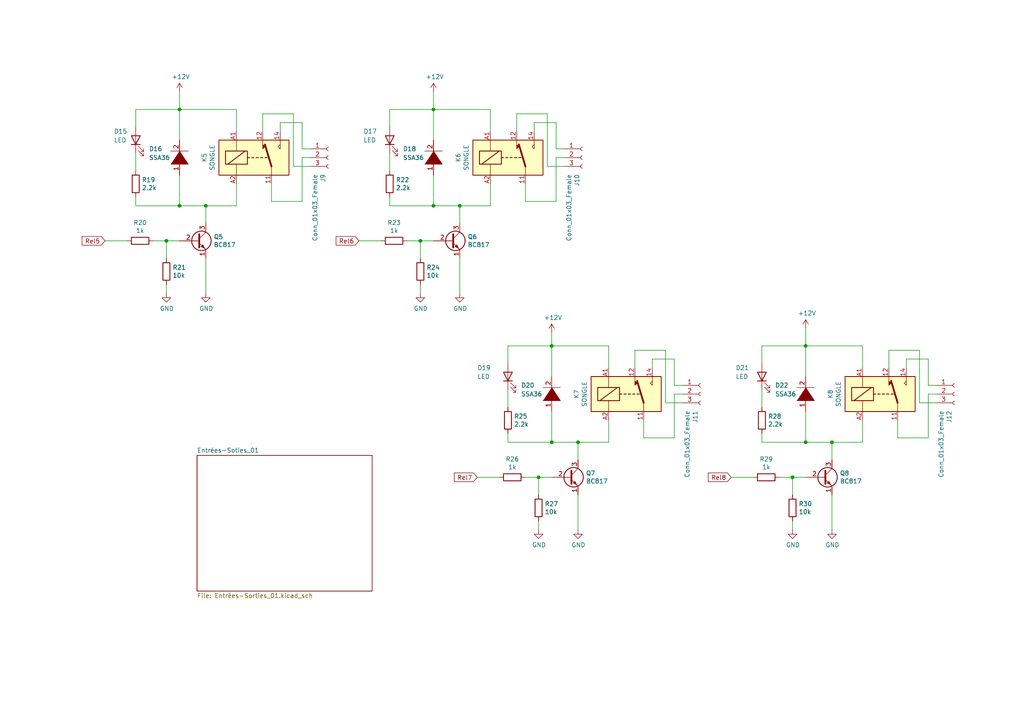
<source format=kicad_sch>
(kicad_sch (version 20211123) (generator eeschema)
  (paper "A4")
  (lib_symbols
    (symbol "Connector:Conn_01x03_Female" (pin_names (offset 1.016) hide)
      (property "Reference" "J" (at 0 5.08 0))
      (property "Value" "Conn_01x03_Female" (at 0 -5.08 0))
      (symbol "Conn_01x03_Female_1_1"
        (arc (start 0 -2.032) (mid -0.508 -2.54) (end 0 -3.048) (stroke (width 0.1524)))
        (polyline (pts (xy -1.27 -2.54) (xy -0.508 -2.54)) (stroke (width 0.1524)))
        (polyline (pts (xy -1.27 0) (xy -0.508 0)) (stroke (width 0.1524)))
        (polyline (pts (xy -1.27 2.54) (xy -0.508 2.54)) (stroke (width 0.1524)))
        (arc (start 0 0.508) (mid -0.508 0) (end 0 -0.508) (stroke (width 0.1524)))
        (arc (start 0 3.048) (mid -0.508 2.54) (end 0 2.032) (stroke (width 0.1524)))
        (pin passive line (at -5.08 2.54 0) (length 3.81) (name "Pin_1") (number "1"))
        (pin passive line (at -5.08 0 0) (length 3.81) (name "Pin_2") (number "2"))
        (pin passive line (at -5.08 -2.54 0) (length 3.81) (name "Pin_3") (number "3"))
      )
    )
    (symbol "Device:LED" (pin_numbers hide) (pin_names (offset 1.016) hide)
      (property "Reference" "D" (at 0 2.54 0))
      (property "Value" "LED" (at 0 -2.54 0))
      (symbol "LED_0_1"
        (polyline (pts (xy -1.27 -1.27) (xy -1.27 1.27)) (stroke (width 0.254)))
        (polyline (pts (xy -1.27 0) (xy 1.27 0)))
        (polyline (pts (xy 1.27 -1.27) (xy 1.27 1.27) (xy -1.27 0) (xy 1.27 -1.27)) (stroke (width 0.254)))
        (polyline (pts (xy -3.048 -0.762) (xy -4.572 -2.286) (xy -3.81 -2.286) (xy -4.572 -2.286) (xy -4.572 -1.524)))
        (polyline (pts (xy -1.778 -0.762) (xy -3.302 -2.286) (xy -2.54 -2.286) (xy -3.302 -2.286) (xy -3.302 -1.524)))
      )
      (symbol "LED_1_1"
        (pin passive line (at -3.81 0 0) (length 2.54) (name "K") (number "1"))
        (pin passive line (at 3.81 0 180) (length 2.54) (name "A") (number "2"))
      )
    )
    (symbol "Device:R" (pin_numbers hide) (pin_names (offset 0))
      (property "Reference" "R" (at 2.032 0 90))
      (property "Value" "R" (at 0 0 90))
      (symbol "R_0_1"
        (rectangle (start -1.016 -2.54) (end 1.016 2.54) (stroke (width 0.254)))
      )
      (symbol "R_1_1"
        (pin passive line (at 0 3.81 270) (length 1.27) (name "~") (number "1"))
        (pin passive line (at 0 -3.81 90) (length 1.27) (name "~") (number "2"))
      )
    )
    (symbol "Relay:FINDER-40.11"
      (property "Reference" "K" (at 11.43 3.81 0))
      (property "Value" "FINDER-40.11" (at 11.43 1.27 0))
      (symbol "FINDER-40.11_0_0"
        (polyline (pts (xy 7.62 5.08) (xy 7.62 2.54) (xy 6.985 3.175) (xy 7.62 3.81)))
      )
      (symbol "FINDER-40.11_0_1"
        (rectangle (start -10.16 5.08) (end 10.16 -5.08) (stroke (width 0.254)) (fill (type background)))
        (rectangle (start -8.255 1.905) (end -1.905 -1.905) (stroke (width 0.254)))
        (polyline (pts (xy -7.62 -1.905) (xy -2.54 1.905)) (stroke (width 0.254)))
        (polyline (pts (xy -5.08 -5.08) (xy -5.08 -1.905)))
        (polyline (pts (xy -5.08 5.08) (xy -5.08 1.905)))
        (polyline (pts (xy -1.905 0) (xy -1.27 0)) (stroke (width 0.254)))
        (polyline (pts (xy -0.635 0) (xy 0 0)) (stroke (width 0.254)))
        (polyline (pts (xy 0.635 0) (xy 1.27 0)) (stroke (width 0.254)))
        (polyline (pts (xy 1.905 0) (xy 2.54 0)) (stroke (width 0.254)))
        (polyline (pts (xy 3.175 0) (xy 3.81 0)) (stroke (width 0.254)))
        (polyline (pts (xy 5.08 -2.54) (xy 3.175 3.81)) (stroke (width 0.508)))
        (polyline (pts (xy 5.08 -2.54) (xy 5.08 -5.08)))
        (polyline (pts (xy 2.54 5.08) (xy 2.54 2.54) (xy 3.175 3.175) (xy 2.54 3.81)) (fill (type outline)))
      )
      (symbol "FINDER-40.11_1_1"
        (pin passive line (at 5.08 -7.62 90) (length 2.54) (name "~") (number "11"))
        (pin passive line (at 2.54 7.62 270) (length 2.54) (name "~") (number "12"))
        (pin passive line (at 7.62 7.62 270) (length 2.54) (name "~") (number "14"))
        (pin passive line (at -5.08 7.62 270) (length 2.54) (name "~") (number "A1"))
        (pin passive line (at -5.08 -7.62 90) (length 2.54) (name "~") (number "A2"))
      )
    )
    (symbol "Transistor_BJT:PN2222A" (pin_names (offset 0) hide)
      (property "Reference" "Q" (at 5.08 1.905 0))
      (property "Value" "PN2222A" (at 5.08 0 0))
      (symbol "PN2222A_0_1"
        (polyline (pts (xy 0 0) (xy 0.635 0)))
        (polyline (pts (xy 2.54 -2.54) (xy 0.635 -0.635)))
        (polyline (pts (xy 2.54 2.54) (xy 0.635 0.635)))
        (polyline (pts (xy 0.635 1.905) (xy 0.635 -1.905) (xy 0.635 -1.905)) (stroke (width 0.508)))
        (polyline (pts (xy 2.413 -2.413) (xy 1.905 -1.905) (xy 1.905 -1.905)))
        (polyline (pts (xy 1.143 -1.651) (xy 1.651 -1.143) (xy 2.159 -2.159) (xy 1.143 -1.651) (xy 1.143 -1.651)) (fill (type outline)))
        (circle (center 1.27 0) (radius 2.8194) (stroke (width 0.254)))
      )
      (symbol "PN2222A_1_1"
        (pin passive line (at 2.54 -5.08 90) (length 2.54) (name "E") (number "1"))
        (pin input line (at -5.08 0 0) (length 5.08) (name "B") (number "2"))
        (pin passive line (at 2.54 5.08 270) (length 2.54) (name "C") (number "3"))
      )
    )
    (symbol "power:+12V" (power) (pin_names (offset 0))
      (property "Value" "+12V" (at 0 3.556 0))
      (symbol "+12V_0_1"
        (polyline (pts (xy -0.762 1.27) (xy 0 2.54)))
        (polyline (pts (xy 0 0) (xy 0 2.54)))
        (polyline (pts (xy 0 2.54) (xy 0.762 1.27)))
      )
      (symbol "+12V_1_1"
        (pin power_in line (at 0 0 90) (length 0) hide (name "+12V") (number "1"))
      )
    )
    (symbol "power:GND" (power) (pin_names (offset 0))
      (property "Value" "GND" (at 0 -3.81 0))
      (symbol "GND_0_1"
        (polyline (pts (xy 0 0) (xy 0 -1.27) (xy 1.27 -1.27) (xy 0 -2.54) (xy -1.27 -1.27) (xy 0 -1.27)))
      )
      (symbol "GND_1_1"
        (pin power_in line (at 0 0 270) (length 0) hide (name "GND") (number "1"))
      )
    )
    (symbol "pspice:DIODE" (pin_names (offset 1.016) hide)
      (property "Reference" "D" (at 0 3.81 0))
      (property "Value" "DIODE" (at 0 -4.445 0))
      (symbol "DIODE_0_1"
        (polyline (pts (xy 1.905 2.54) (xy 1.905 -2.54)))
        (polyline (pts (xy -1.905 2.54) (xy -1.905 -2.54) (xy 1.905 0)) (fill (type outline)))
      )
      (symbol "DIODE_1_1"
        (pin input line (at -5.08 0 0) (length 3.81) (name "K") (number "1"))
        (pin input line (at 5.08 0 180) (length 3.81) (name "A") (number "2"))
      )
    )
  )
  (junction (at 167.64 128.27))
  (junction (at 241.3 128.27))
  (junction (at 233.68 100.33))
  (junction (at 52.07 59.69))
  (junction (at 52.07 31.75))
  (junction (at 59.69 59.69))
  (junction (at 160.02 128.27))
  (junction (at 125.73 31.75))
  (junction (at 233.68 128.27))
  (junction (at 121.92 69.85))
  (junction (at 48.26 69.85))
  (junction (at 229.87 138.43))
  (junction (at 160.02 100.33))
  (junction (at 133.35 59.69))
  (junction (at 125.73 59.69))
  (junction (at 156.21 138.43))
  (wire (pts (xy 125.73 59.69) (xy 133.35 59.69)))
  (wire (pts (xy 156.21 138.43) (xy 160.02 138.43)))
  (wire (pts (xy 186.69 121.92) (xy 186.69 127)))
  (wire (pts (xy 161.29 58.42) (xy 161.29 45.72)))
  (wire (pts (xy 52.07 31.75) (xy 52.07 40.64)))
  (wire (pts (xy 52.07 31.75) (xy 68.58 31.75)))
  (wire (pts (xy 269.24 114.3) (xy 271.78 114.3)))
  (wire (pts (xy 87.63 58.42) (xy 87.63 45.72)))
  (wire (pts (xy 220.98 125.73) (xy 220.98 128.27)))
  (wire (pts (xy 269.24 104.14) (xy 269.24 111.76)))
  (wire (pts (xy 152.4 53.34) (xy 152.4 58.42)))
  (wire (pts (xy 160.02 100.33) (xy 176.53 100.33)))
  (wire (pts (xy 104.14 69.85) (xy 110.49 69.85)))
  (wire (pts (xy 233.68 128.27) (xy 241.3 128.27)))
  (wire (pts (xy 52.07 59.69) (xy 52.07 50.8)))
  (wire (pts (xy 161.29 45.72) (xy 163.83 45.72)))
  (wire (pts (xy 229.87 151.13) (xy 229.87 153.67)))
  (wire (pts (xy 195.58 104.14) (xy 189.23 104.14)))
  (wire (pts (xy 147.32 105.41) (xy 147.32 100.33)))
  (wire (pts (xy 147.32 113.03) (xy 147.32 118.11)))
  (wire (pts (xy 176.53 128.27) (xy 167.64 128.27)))
  (wire (pts (xy 176.53 121.92) (xy 176.53 128.27)))
  (wire (pts (xy 266.7 116.84) (xy 266.7 101.6)))
  (wire (pts (xy 250.19 128.27) (xy 241.3 128.27)))
  (wire (pts (xy 39.37 59.69) (xy 52.07 59.69)))
  (wire (pts (xy 39.37 57.15) (xy 39.37 59.69)))
  (wire (pts (xy 260.35 121.92) (xy 260.35 127)))
  (wire (pts (xy 85.09 48.26) (xy 85.09 33.02)))
  (wire (pts (xy 152.4 58.42) (xy 161.29 58.42)))
  (wire (pts (xy 266.7 101.6) (xy 257.81 101.6)))
  (wire (pts (xy 81.28 35.56) (xy 81.28 38.1)))
  (wire (pts (xy 87.63 45.72) (xy 90.17 45.72)))
  (wire (pts (xy 125.73 59.69) (xy 125.73 50.8)))
  (wire (pts (xy 59.69 74.93) (xy 59.69 85.09)))
  (wire (pts (xy 142.24 53.34) (xy 142.24 59.69)))
  (wire (pts (xy 133.35 64.77) (xy 133.35 59.69)))
  (wire (pts (xy 78.74 53.34) (xy 78.74 58.42)))
  (wire (pts (xy 48.26 82.55) (xy 48.26 85.09)))
  (wire (pts (xy 90.17 48.26) (xy 85.09 48.26)))
  (wire (pts (xy 193.04 116.84) (xy 193.04 101.6)))
  (wire (pts (xy 68.58 59.69) (xy 59.69 59.69)))
  (wire (pts (xy 113.03 57.15) (xy 113.03 59.69)))
  (wire (pts (xy 233.68 95.25) (xy 233.68 100.33)))
  (wire (pts (xy 85.09 33.02) (xy 76.2 33.02)))
  (wire (pts (xy 121.92 74.93) (xy 121.92 69.85)))
  (wire (pts (xy 257.81 101.6) (xy 257.81 106.68)))
  (wire (pts (xy 160.02 100.33) (xy 160.02 109.22)))
  (wire (pts (xy 87.63 35.56) (xy 87.63 43.18)))
  (wire (pts (xy 233.68 128.27) (xy 233.68 119.38)))
  (wire (pts (xy 193.04 101.6) (xy 184.15 101.6)))
  (wire (pts (xy 125.73 31.75) (xy 142.24 31.75)))
  (wire (pts (xy 149.86 33.02) (xy 149.86 38.1)))
  (wire (pts (xy 158.75 33.02) (xy 149.86 33.02)))
  (wire (pts (xy 52.07 59.69) (xy 59.69 59.69)))
  (wire (pts (xy 147.32 100.33) (xy 160.02 100.33)))
  (wire (pts (xy 176.53 106.68) (xy 176.53 100.33)))
  (wire (pts (xy 163.83 48.26) (xy 158.75 48.26)))
  (wire (pts (xy 156.21 143.51) (xy 156.21 138.43)))
  (wire (pts (xy 48.26 69.85) (xy 52.07 69.85)))
  (wire (pts (xy 250.19 106.68) (xy 250.19 100.33)))
  (wire (pts (xy 269.24 127) (xy 269.24 114.3)))
  (wire (pts (xy 133.35 74.93) (xy 133.35 85.09)))
  (wire (pts (xy 142.24 38.1) (xy 142.24 31.75)))
  (wire (pts (xy 163.83 43.18) (xy 161.29 43.18)))
  (wire (pts (xy 87.63 35.56) (xy 81.28 35.56)))
  (wire (pts (xy 186.69 127) (xy 195.58 127)))
  (wire (pts (xy 78.74 58.42) (xy 87.63 58.42)))
  (wire (pts (xy 271.78 116.84) (xy 266.7 116.84)))
  (wire (pts (xy 167.64 143.51) (xy 167.64 153.67)))
  (wire (pts (xy 250.19 121.92) (xy 250.19 128.27)))
  (wire (pts (xy 156.21 151.13) (xy 156.21 153.67)))
  (wire (pts (xy 220.98 100.33) (xy 233.68 100.33)))
  (wire (pts (xy 195.58 114.3) (xy 198.12 114.3)))
  (wire (pts (xy 39.37 44.45) (xy 39.37 49.53)))
  (wire (pts (xy 220.98 105.41) (xy 220.98 100.33)))
  (wire (pts (xy 198.12 111.76) (xy 195.58 111.76)))
  (wire (pts (xy 152.4 138.43) (xy 156.21 138.43)))
  (wire (pts (xy 220.98 113.03) (xy 220.98 118.11)))
  (wire (pts (xy 48.26 74.93) (xy 48.26 69.85)))
  (wire (pts (xy 142.24 59.69) (xy 133.35 59.69)))
  (wire (pts (xy 198.12 116.84) (xy 193.04 116.84)))
  (wire (pts (xy 262.89 104.14) (xy 262.89 106.68)))
  (wire (pts (xy 184.15 101.6) (xy 184.15 106.68)))
  (wire (pts (xy 195.58 104.14) (xy 195.58 111.76)))
  (wire (pts (xy 52.07 26.67) (xy 52.07 31.75)))
  (wire (pts (xy 125.73 26.67) (xy 125.73 31.75)))
  (wire (pts (xy 160.02 128.27) (xy 160.02 119.38)))
  (wire (pts (xy 154.94 35.56) (xy 154.94 38.1)))
  (wire (pts (xy 161.29 35.56) (xy 154.94 35.56)))
  (wire (pts (xy 189.23 104.14) (xy 189.23 106.68)))
  (wire (pts (xy 233.68 100.33) (xy 250.19 100.33)))
  (wire (pts (xy 118.11 69.85) (xy 121.92 69.85)))
  (wire (pts (xy 113.03 44.45) (xy 113.03 49.53)))
  (wire (pts (xy 147.32 128.27) (xy 160.02 128.27)))
  (wire (pts (xy 271.78 111.76) (xy 269.24 111.76)))
  (wire (pts (xy 241.3 143.51) (xy 241.3 153.67)))
  (wire (pts (xy 229.87 143.51) (xy 229.87 138.43)))
  (wire (pts (xy 269.24 104.14) (xy 262.89 104.14)))
  (wire (pts (xy 158.75 48.26) (xy 158.75 33.02)))
  (wire (pts (xy 226.06 138.43) (xy 229.87 138.43)))
  (wire (pts (xy 125.73 31.75) (xy 125.73 40.64)))
  (wire (pts (xy 161.29 35.56) (xy 161.29 43.18)))
  (wire (pts (xy 121.92 82.55) (xy 121.92 85.09)))
  (wire (pts (xy 59.69 64.77) (xy 59.69 59.69)))
  (wire (pts (xy 30.48 69.85) (xy 36.83 69.85)))
  (wire (pts (xy 68.58 38.1) (xy 68.58 31.75)))
  (wire (pts (xy 39.37 31.75) (xy 52.07 31.75)))
  (wire (pts (xy 147.32 125.73) (xy 147.32 128.27)))
  (wire (pts (xy 195.58 127) (xy 195.58 114.3)))
  (wire (pts (xy 160.02 128.27) (xy 167.64 128.27)))
  (wire (pts (xy 113.03 36.83) (xy 113.03 31.75)))
  (wire (pts (xy 260.35 127) (xy 269.24 127)))
  (wire (pts (xy 212.09 138.43) (xy 218.44 138.43)))
  (wire (pts (xy 233.68 100.33) (xy 233.68 109.22)))
  (wire (pts (xy 167.64 133.35) (xy 167.64 128.27)))
  (wire (pts (xy 68.58 53.34) (xy 68.58 59.69)))
  (wire (pts (xy 160.02 96.52) (xy 160.02 100.33)))
  (wire (pts (xy 113.03 59.69) (xy 125.73 59.69)))
  (wire (pts (xy 229.87 138.43) (xy 233.68 138.43)))
  (wire (pts (xy 39.37 36.83) (xy 39.37 31.75)))
  (wire (pts (xy 90.17 43.18) (xy 87.63 43.18)))
  (wire (pts (xy 220.98 128.27) (xy 233.68 128.27)))
  (wire (pts (xy 44.45 69.85) (xy 48.26 69.85)))
  (wire (pts (xy 113.03 31.75) (xy 125.73 31.75)))
  (wire (pts (xy 121.92 69.85) (xy 125.73 69.85)))
  (wire (pts (xy 241.3 133.35) (xy 241.3 128.27)))
  (wire (pts (xy 76.2 33.02) (xy 76.2 38.1)))
  (wire (pts (xy 138.43 138.43) (xy 144.78 138.43)))
  (global_label "Rel6" (shape input) (at 104.14 69.85 180) (property "Intersheet References" "${INTERSHEET_REFS}" (effects hide)))
  (global_label "Rel8" (shape input) (at 212.09 138.43 180) (property "Intersheet References" "${INTERSHEET_REFS}" (effects hide)))
  (global_label "Rel5" (shape input) (at 30.48 69.85 180) (property "Intersheet References" "${INTERSHEET_REFS}" (effects hide)))
  (global_label "Rel7" (shape input) (at 138.43 138.43 180) (property "Intersheet References" "${INTERSHEET_REFS}" (effects hide)))
  (symbol (lib_id "pspice:DIODE") (at 52.07 45.72 90) (unit 1)
    (property "Reference" "D16" (at 43.18 43.18 90) (effects (justify right)))
    (property "Value" "SSA36" (at 43.18 45.72 90) (effects (justify right)))
    (property "Footprint" "diodes_perso:D_SMB_SSA36-Handsoldering" (effects hide))
  )
  (symbol (lib_id "Transistor_BJT:PN2222A") (at 57.15 69.85 0) (unit 1)
    (property "Reference" "Q5" (at 61.976 68.6816 0) (effects (justify left)))
    (property "Value" "BC817" (at 61.976 70.993 0) (effects (justify left)))
    (property "Footprint" "packages_SO_perso:SOT-23.-BC817kicad_mod" (effects hide))
    (property "Datasheet" "https://www.onsemi.com/pub/Collateral/PN2222-D.PDF" (effects hide))
  )
  (symbol (lib_id "power:GND") (at 59.69 85.09 0) (unit 1)
    (property "Reference" "#PWR041" (effects hide))
    (property "Value" "GND" (at 59.817 89.4842 0))
  )
  (symbol (lib_id "Device:R") (at 40.64 69.85 270) (unit 1)
    (property "Reference" "R20" (at 40.64 64.5922 90))
    (property "Value" "1k" (at 40.64 66.9036 90))
    (property "Footprint" "Resistor_SMD:R_0805_2012Metric_Pad1.20x1.40mm_HandSolder" (effects hide))
  )
  (symbol (lib_id "Device:R") (at 48.26 78.74 180) (unit 1)
    (property "Reference" "R21" (at 50.038 77.5716 0) (effects (justify right)))
    (property "Value" "10k" (at 50.038 79.883 0) (effects (justify right)))
    (property "Footprint" "Resistor_SMD:R_0805_2012Metric_Pad1.20x1.40mm_HandSolder" (effects hide))
  )
  (symbol (lib_id "power:GND") (at 48.26 85.09 0) (unit 1)
    (property "Reference" "#PWR039" (effects hide))
    (property "Value" "GND" (at 48.387 89.4842 0))
  )
  (symbol (lib_id "Connector:Conn_01x03_Female") (at 95.25 45.72 0) (unit 1)
    (property "Reference" "J9" (at 93.6752 50.4952 90) (effects (justify right)))
    (property "Value" "Conn_01x03_Female" (at 91.3638 50.4952 90) (effects (justify right)))
    (property "Footprint" "connectors:conn-3pts-P5mm" (effects hide))
  )
  (symbol (lib_id "Device:LED") (at 39.37 40.64 90) (unit 1)
    (property "Reference" "D15" (at 33.02 38.1 90) (effects (justify right)))
    (property "Value" "LED" (at 33.02 40.64 90) (effects (justify right)))
    (property "Footprint" "Diode_SMD:D_0805_2012Metric_Pad1.15x1.40mm_HandSolder" (effects hide))
  )
  (symbol (lib_id "Relay:FINDER-40.11") (at 73.66 45.72 0) (unit 1)
    (property "Reference" "K5" (at 59.2582 45.72 90))
    (property "Value" "SONGLE" (at 61.5696 45.72 90))
    (property "Footprint" "relays_perso:Relay_SRD_Series_Form_C" (effects hide))
    (property "Datasheet" "https://www.finder-relais.net/de/finder-relais-serie-40.pdf" (effects hide))
  )
  (symbol (lib_id "Device:R") (at 39.37 53.34 0) (unit 1)
    (property "Reference" "R19" (at 41.148 52.1716 0) (effects (justify left)))
    (property "Value" "2.2k" (at 41.148 54.483 0) (effects (justify left)))
    (property "Footprint" "Resistor_SMD:R_0805_2012Metric_Pad1.20x1.40mm_HandSolder" (effects hide))
  )
  (symbol (lib_id "pspice:DIODE") (at 125.73 45.72 90) (unit 1)
    (property "Reference" "D18" (at 116.84 43.18 90) (effects (justify right)))
    (property "Value" "SSA36" (at 116.84 45.72 90) (effects (justify right)))
    (property "Footprint" "diodes_perso:D_SMB_SSA36-Handsoldering" (effects hide))
  )
  (symbol (lib_id "Transistor_BJT:PN2222A") (at 130.81 69.85 0) (unit 1)
    (property "Reference" "Q6" (at 135.636 68.6816 0) (effects (justify left)))
    (property "Value" "BC817" (at 135.636 70.993 0) (effects (justify left)))
    (property "Footprint" "packages_SO_perso:SOT-23.-BC817kicad_mod" (effects hide))
    (property "Datasheet" "https://www.onsemi.com/pub/Collateral/PN2222-D.PDF" (effects hide))
  )
  (symbol (lib_id "power:GND") (at 133.35 85.09 0) (unit 1)
    (property "Reference" "#PWR044" (effects hide))
    (property "Value" "GND" (at 133.477 89.4842 0))
  )
  (symbol (lib_id "Device:R") (at 114.3 69.85 270) (unit 1)
    (property "Reference" "R23" (at 114.3 64.5922 90))
    (property "Value" "1k" (at 114.3 66.9036 90))
    (property "Footprint" "Resistor_SMD:R_0805_2012Metric_Pad1.20x1.40mm_HandSolder" (effects hide))
  )
  (symbol (lib_id "Device:R") (at 121.92 78.74 180) (unit 1)
    (property "Reference" "R24" (at 123.698 77.5716 0) (effects (justify right)))
    (property "Value" "10k" (at 123.698 79.883 0) (effects (justify right)))
    (property "Footprint" "Resistor_SMD:R_0805_2012Metric_Pad1.20x1.40mm_HandSolder" (effects hide))
  )
  (symbol (lib_id "power:GND") (at 121.92 85.09 0) (unit 1)
    (property "Reference" "#PWR042" (effects hide))
    (property "Value" "GND" (at 122.047 89.4842 0))
  )
  (symbol (lib_id "Connector:Conn_01x03_Female") (at 168.91 45.72 0) (unit 1)
    (property "Reference" "J10" (at 167.3352 50.4952 90) (effects (justify right)))
    (property "Value" "Conn_01x03_Female" (at 165.0238 50.4952 90) (effects (justify right)))
    (property "Footprint" "connectors:conn-3pts-P5mm" (effects hide))
  )
  (symbol (lib_id "Device:LED") (at 113.03 40.64 90) (unit 1)
    (property "Reference" "D17" (at 105.41 38.1 90) (effects (justify right)))
    (property "Value" "LED" (at 105.41 40.64 90) (effects (justify right)))
    (property "Footprint" "Diode_SMD:D_0805_2012Metric_Pad1.15x1.40mm_HandSolder" (effects hide))
  )
  (symbol (lib_id "Relay:FINDER-40.11") (at 147.32 45.72 0) (unit 1)
    (property "Reference" "K6" (at 132.9182 45.72 90))
    (property "Value" "SONGLE" (at 135.2296 45.72 90))
    (property "Footprint" "relays_perso:Relay_SRD_Series_Form_C" (effects hide))
    (property "Datasheet" "https://www.finder-relais.net/de/finder-relais-serie-40.pdf" (effects hide))
  )
  (symbol (lib_id "Device:R") (at 113.03 53.34 0) (unit 1)
    (property "Reference" "R22" (at 114.808 52.1716 0) (effects (justify left)))
    (property "Value" "2.2k" (at 114.808 54.483 0) (effects (justify left)))
    (property "Footprint" "Resistor_SMD:R_0805_2012Metric_Pad1.20x1.40mm_HandSolder" (effects hide))
  )
  (symbol (lib_id "pspice:DIODE") (at 160.02 114.3 90) (unit 1)
    (property "Reference" "D20" (at 151.13 111.76 90) (effects (justify right)))
    (property "Value" "SSA36" (at 151.13 114.3 90) (effects (justify right)))
    (property "Footprint" "diodes_perso:D_SMB_SSA36-Handsoldering" (effects hide))
  )
  (symbol (lib_id "Transistor_BJT:PN2222A") (at 165.1 138.43 0) (unit 1)
    (property "Reference" "Q7" (at 169.926 137.2616 0) (effects (justify left)))
    (property "Value" "BC817" (at 169.926 139.573 0) (effects (justify left)))
    (property "Footprint" "packages_SO_perso:SOT-23.-BC817kicad_mod" (effects hide))
    (property "Datasheet" "https://www.onsemi.com/pub/Collateral/PN2222-D.PDF" (effects hide))
  )
  (symbol (lib_id "power:GND") (at 167.64 153.67 0) (unit 1)
    (property "Reference" "#PWR047" (effects hide))
    (property "Value" "GND" (at 167.767 158.0642 0))
  )
  (symbol (lib_id "Device:R") (at 148.59 138.43 270) (unit 1)
    (property "Reference" "R26" (at 148.59 133.1722 90))
    (property "Value" "1k" (at 148.59 135.4836 90))
    (property "Footprint" "Resistor_SMD:R_0805_2012Metric_Pad1.20x1.40mm_HandSolder" (effects hide))
  )
  (symbol (lib_id "Device:R") (at 156.21 147.32 180) (unit 1)
    (property "Reference" "R27" (at 157.988 146.1516 0) (effects (justify right)))
    (property "Value" "10k" (at 157.988 148.463 0) (effects (justify right)))
    (property "Footprint" "Resistor_SMD:R_0805_2012Metric_Pad1.20x1.40mm_HandSolder" (effects hide))
  )
  (symbol (lib_id "power:GND") (at 156.21 153.67 0) (unit 1)
    (property "Reference" "#PWR045" (effects hide))
    (property "Value" "GND" (at 156.337 158.0642 0))
  )
  (symbol (lib_id "Connector:Conn_01x03_Female") (at 203.2 114.3 0) (unit 1)
    (property "Reference" "J11" (at 201.6252 119.0752 90) (effects (justify right)))
    (property "Value" "Conn_01x03_Female" (at 199.3138 119.0752 90) (effects (justify right)))
    (property "Footprint" "connectors:conn-3pts-P5mm" (effects hide))
  )
  (symbol (lib_id "Device:LED") (at 147.32 109.22 90) (unit 1)
    (property "Reference" "D19" (at 138.43 106.68 90) (effects (justify right)))
    (property "Value" "LED" (at 138.43 109.22 90) (effects (justify right)))
    (property "Footprint" "Diode_SMD:D_0805_2012Metric_Pad1.15x1.40mm_HandSolder" (effects hide))
  )
  (symbol (lib_id "Relay:FINDER-40.11") (at 181.61 114.3 0) (unit 1)
    (property "Reference" "K7" (at 167.2082 114.3 90))
    (property "Value" "SONGLE" (at 169.5196 114.3 90))
    (property "Footprint" "relays_perso:Relay_SRD_Series_Form_C" (effects hide))
    (property "Datasheet" "https://www.finder-relais.net/de/finder-relais-serie-40.pdf" (effects hide))
  )
  (symbol (lib_id "Device:R") (at 147.32 121.92 0) (unit 1)
    (property "Reference" "R25" (at 149.098 120.7516 0) (effects (justify left)))
    (property "Value" "2.2k" (at 149.098 123.063 0) (effects (justify left)))
    (property "Footprint" "Resistor_SMD:R_0805_2012Metric_Pad1.20x1.40mm_HandSolder" (effects hide))
  )
  (symbol (lib_id "pspice:DIODE") (at 233.68 114.3 90) (unit 1)
    (property "Reference" "D22" (at 224.79 111.76 90) (effects (justify right)))
    (property "Value" "SSA36" (at 224.79 114.3 90) (effects (justify right)))
    (property "Footprint" "diodes_perso:D_SMB_SSA36-Handsoldering" (effects hide))
  )
  (symbol (lib_id "Transistor_BJT:PN2222A") (at 238.76 138.43 0) (unit 1)
    (property "Reference" "Q8" (at 243.586 137.2616 0) (effects (justify left)))
    (property "Value" "BC817" (at 243.586 139.573 0) (effects (justify left)))
    (property "Footprint" "packages_SO_perso:SOT-23.-BC817kicad_mod" (effects hide))
    (property "Datasheet" "https://www.onsemi.com/pub/Collateral/PN2222-D.PDF" (effects hide))
  )
  (symbol (lib_id "power:GND") (at 241.3 153.67 0) (unit 1)
    (property "Reference" "#PWR050" (effects hide))
    (property "Value" "GND" (at 241.427 158.0642 0))
  )
  (symbol (lib_id "Device:R") (at 222.25 138.43 270) (unit 1)
    (property "Reference" "R29" (at 222.25 133.1722 90))
    (property "Value" "1k" (at 222.25 135.4836 90))
    (property "Footprint" "Resistor_SMD:R_0805_2012Metric_Pad1.20x1.40mm_HandSolder" (effects hide))
  )
  (symbol (lib_id "Device:R") (at 229.87 147.32 180) (unit 1)
    (property "Reference" "R30" (at 231.648 146.1516 0) (effects (justify right)))
    (property "Value" "10k" (at 231.648 148.463 0) (effects (justify right)))
    (property "Footprint" "Resistor_SMD:R_0805_2012Metric_Pad1.20x1.40mm_HandSolder" (effects hide))
  )
  (symbol (lib_id "power:GND") (at 229.87 153.67 0) (unit 1)
    (property "Reference" "#PWR048" (effects hide))
    (property "Value" "GND" (at 229.997 158.0642 0))
  )
  (symbol (lib_id "Connector:Conn_01x03_Female") (at 276.86 114.3 0) (unit 1)
    (property "Reference" "J12" (at 275.2852 119.0752 90) (effects (justify right)))
    (property "Value" "Conn_01x03_Female" (at 272.9738 119.0752 90) (effects (justify right)))
    (property "Footprint" "connectors:conn-3pts-P5mm" (effects hide))
  )
  (symbol (lib_id "Device:LED") (at 220.98 109.22 90) (unit 1)
    (property "Reference" "D21" (at 213.36 106.68 90) (effects (justify right)))
    (property "Value" "LED" (at 213.36 109.22 90) (effects (justify right)))
    (property "Footprint" "Diode_SMD:D_0805_2012Metric_Pad1.15x1.40mm_HandSolder" (effects hide))
  )
  (symbol (lib_id "Relay:FINDER-40.11") (at 255.27 114.3 0) (unit 1)
    (property "Reference" "K8" (at 240.8682 114.3 90))
    (property "Value" "SONGLE" (at 243.1796 114.3 90))
    (property "Footprint" "relays_perso:Relay_SRD_Series_Form_C" (effects hide))
    (property "Datasheet" "https://www.finder-relais.net/de/finder-relais-serie-40.pdf" (effects hide))
  )
  (symbol (lib_id "Device:R") (at 220.98 121.92 0) (unit 1)
    (property "Reference" "R28" (at 222.758 120.7516 0) (effects (justify left)))
    (property "Value" "2.2k" (at 222.758 123.063 0) (effects (justify left)))
    (property "Footprint" "Resistor_SMD:R_0805_2012Metric_Pad1.20x1.40mm_HandSolder" (effects hide))
  )
  (symbol (lib_id "power:+12V") (at 52.07 26.67 0) (unit 1)
    (property "Reference" "#PWR040" (effects hide))
    (property "Value" "+12V" (at 52.451 22.2758 0))
  )
  (symbol (lib_id "power:+12V") (at 125.73 26.67 0) (unit 1)
    (property "Reference" "#PWR043" (effects hide))
    (property "Value" "+12V" (at 126.111 22.2758 0))
  )
  (symbol (lib_id "power:+12V") (at 160.02 96.52 0) (unit 1)
    (property "Reference" "#PWR046" (effects hide))
    (property "Value" "+12V" (at 160.401 92.1258 0))
  )
  (symbol (lib_id "power:+12V") (at 233.68 95.25 0) (unit 1)
    (property "Reference" "#PWR049" (effects hide))
    (property "Value" "+12V" (at 234.061 90.8558 0))
  )
  (sheet (at 57.15 132.08) (size 50.8 39.37)
    (property "Sheet name" "Entrées-Soties_01" (at 57.15 131.3684 0) (effects (justify left bottom)))
    (property "Sheet file" "Entrées-Sorties_01.kicad_sch" (at 57.15 172.0346 0) (effects (justify left top)))
  )
)
</source>
